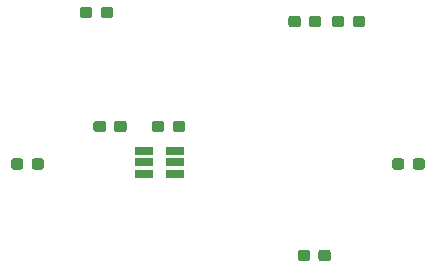
<source format=gbr>
G04 #@! TF.GenerationSoftware,KiCad,Pcbnew,(5.1.4-0-10_14)*
G04 #@! TF.CreationDate,2019-09-08T17:56:33-07:00*
G04 #@! TF.ProjectId,de10-lite-ram-rom,64653130-2d6c-4697-9465-2d72616d2d72,rev?*
G04 #@! TF.SameCoordinates,Original*
G04 #@! TF.FileFunction,Paste,Bot*
G04 #@! TF.FilePolarity,Positive*
%FSLAX46Y46*%
G04 Gerber Fmt 4.6, Leading zero omitted, Abs format (unit mm)*
G04 Created by KiCad (PCBNEW (5.1.4-0-10_14)) date 2019-09-08 17:56:33*
%MOMM*%
%LPD*%
G04 APERTURE LIST*
%ADD10R,1.560000X0.650000*%
%ADD11C,0.100000*%
%ADD12C,0.950000*%
G04 APERTURE END LIST*
D10*
X146638000Y-127762000D03*
X146638000Y-128712000D03*
X146638000Y-126812000D03*
X143938000Y-126812000D03*
X143938000Y-127762000D03*
X143938000Y-128712000D03*
D11*
G36*
X140532779Y-124240144D02*
G01*
X140555834Y-124243563D01*
X140578443Y-124249227D01*
X140600387Y-124257079D01*
X140621457Y-124267044D01*
X140641448Y-124279026D01*
X140660168Y-124292910D01*
X140677438Y-124308562D01*
X140693090Y-124325832D01*
X140706974Y-124344552D01*
X140718956Y-124364543D01*
X140728921Y-124385613D01*
X140736773Y-124407557D01*
X140742437Y-124430166D01*
X140745856Y-124453221D01*
X140747000Y-124476500D01*
X140747000Y-124951500D01*
X140745856Y-124974779D01*
X140742437Y-124997834D01*
X140736773Y-125020443D01*
X140728921Y-125042387D01*
X140718956Y-125063457D01*
X140706974Y-125083448D01*
X140693090Y-125102168D01*
X140677438Y-125119438D01*
X140660168Y-125135090D01*
X140641448Y-125148974D01*
X140621457Y-125160956D01*
X140600387Y-125170921D01*
X140578443Y-125178773D01*
X140555834Y-125184437D01*
X140532779Y-125187856D01*
X140509500Y-125189000D01*
X139934500Y-125189000D01*
X139911221Y-125187856D01*
X139888166Y-125184437D01*
X139865557Y-125178773D01*
X139843613Y-125170921D01*
X139822543Y-125160956D01*
X139802552Y-125148974D01*
X139783832Y-125135090D01*
X139766562Y-125119438D01*
X139750910Y-125102168D01*
X139737026Y-125083448D01*
X139725044Y-125063457D01*
X139715079Y-125042387D01*
X139707227Y-125020443D01*
X139701563Y-124997834D01*
X139698144Y-124974779D01*
X139697000Y-124951500D01*
X139697000Y-124476500D01*
X139698144Y-124453221D01*
X139701563Y-124430166D01*
X139707227Y-124407557D01*
X139715079Y-124385613D01*
X139725044Y-124364543D01*
X139737026Y-124344552D01*
X139750910Y-124325832D01*
X139766562Y-124308562D01*
X139783832Y-124292910D01*
X139802552Y-124279026D01*
X139822543Y-124267044D01*
X139843613Y-124257079D01*
X139865557Y-124249227D01*
X139888166Y-124243563D01*
X139911221Y-124240144D01*
X139934500Y-124239000D01*
X140509500Y-124239000D01*
X140532779Y-124240144D01*
X140532779Y-124240144D01*
G37*
D12*
X140222000Y-124714000D03*
D11*
G36*
X142282779Y-124240144D02*
G01*
X142305834Y-124243563D01*
X142328443Y-124249227D01*
X142350387Y-124257079D01*
X142371457Y-124267044D01*
X142391448Y-124279026D01*
X142410168Y-124292910D01*
X142427438Y-124308562D01*
X142443090Y-124325832D01*
X142456974Y-124344552D01*
X142468956Y-124364543D01*
X142478921Y-124385613D01*
X142486773Y-124407557D01*
X142492437Y-124430166D01*
X142495856Y-124453221D01*
X142497000Y-124476500D01*
X142497000Y-124951500D01*
X142495856Y-124974779D01*
X142492437Y-124997834D01*
X142486773Y-125020443D01*
X142478921Y-125042387D01*
X142468956Y-125063457D01*
X142456974Y-125083448D01*
X142443090Y-125102168D01*
X142427438Y-125119438D01*
X142410168Y-125135090D01*
X142391448Y-125148974D01*
X142371457Y-125160956D01*
X142350387Y-125170921D01*
X142328443Y-125178773D01*
X142305834Y-125184437D01*
X142282779Y-125187856D01*
X142259500Y-125189000D01*
X141684500Y-125189000D01*
X141661221Y-125187856D01*
X141638166Y-125184437D01*
X141615557Y-125178773D01*
X141593613Y-125170921D01*
X141572543Y-125160956D01*
X141552552Y-125148974D01*
X141533832Y-125135090D01*
X141516562Y-125119438D01*
X141500910Y-125102168D01*
X141487026Y-125083448D01*
X141475044Y-125063457D01*
X141465079Y-125042387D01*
X141457227Y-125020443D01*
X141451563Y-124997834D01*
X141448144Y-124974779D01*
X141447000Y-124951500D01*
X141447000Y-124476500D01*
X141448144Y-124453221D01*
X141451563Y-124430166D01*
X141457227Y-124407557D01*
X141465079Y-124385613D01*
X141475044Y-124364543D01*
X141487026Y-124344552D01*
X141500910Y-124325832D01*
X141516562Y-124308562D01*
X141533832Y-124292910D01*
X141552552Y-124279026D01*
X141572543Y-124267044D01*
X141593613Y-124257079D01*
X141615557Y-124249227D01*
X141638166Y-124243563D01*
X141661221Y-124240144D01*
X141684500Y-124239000D01*
X142259500Y-124239000D01*
X142282779Y-124240144D01*
X142282779Y-124240144D01*
G37*
D12*
X141972000Y-124714000D03*
D11*
G36*
X165805779Y-127415144D02*
G01*
X165828834Y-127418563D01*
X165851443Y-127424227D01*
X165873387Y-127432079D01*
X165894457Y-127442044D01*
X165914448Y-127454026D01*
X165933168Y-127467910D01*
X165950438Y-127483562D01*
X165966090Y-127500832D01*
X165979974Y-127519552D01*
X165991956Y-127539543D01*
X166001921Y-127560613D01*
X166009773Y-127582557D01*
X166015437Y-127605166D01*
X166018856Y-127628221D01*
X166020000Y-127651500D01*
X166020000Y-128126500D01*
X166018856Y-128149779D01*
X166015437Y-128172834D01*
X166009773Y-128195443D01*
X166001921Y-128217387D01*
X165991956Y-128238457D01*
X165979974Y-128258448D01*
X165966090Y-128277168D01*
X165950438Y-128294438D01*
X165933168Y-128310090D01*
X165914448Y-128323974D01*
X165894457Y-128335956D01*
X165873387Y-128345921D01*
X165851443Y-128353773D01*
X165828834Y-128359437D01*
X165805779Y-128362856D01*
X165782500Y-128364000D01*
X165207500Y-128364000D01*
X165184221Y-128362856D01*
X165161166Y-128359437D01*
X165138557Y-128353773D01*
X165116613Y-128345921D01*
X165095543Y-128335956D01*
X165075552Y-128323974D01*
X165056832Y-128310090D01*
X165039562Y-128294438D01*
X165023910Y-128277168D01*
X165010026Y-128258448D01*
X164998044Y-128238457D01*
X164988079Y-128217387D01*
X164980227Y-128195443D01*
X164974563Y-128172834D01*
X164971144Y-128149779D01*
X164970000Y-128126500D01*
X164970000Y-127651500D01*
X164971144Y-127628221D01*
X164974563Y-127605166D01*
X164980227Y-127582557D01*
X164988079Y-127560613D01*
X164998044Y-127539543D01*
X165010026Y-127519552D01*
X165023910Y-127500832D01*
X165039562Y-127483562D01*
X165056832Y-127467910D01*
X165075552Y-127454026D01*
X165095543Y-127442044D01*
X165116613Y-127432079D01*
X165138557Y-127424227D01*
X165161166Y-127418563D01*
X165184221Y-127415144D01*
X165207500Y-127414000D01*
X165782500Y-127414000D01*
X165805779Y-127415144D01*
X165805779Y-127415144D01*
G37*
D12*
X165495000Y-127889000D03*
D11*
G36*
X167555779Y-127415144D02*
G01*
X167578834Y-127418563D01*
X167601443Y-127424227D01*
X167623387Y-127432079D01*
X167644457Y-127442044D01*
X167664448Y-127454026D01*
X167683168Y-127467910D01*
X167700438Y-127483562D01*
X167716090Y-127500832D01*
X167729974Y-127519552D01*
X167741956Y-127539543D01*
X167751921Y-127560613D01*
X167759773Y-127582557D01*
X167765437Y-127605166D01*
X167768856Y-127628221D01*
X167770000Y-127651500D01*
X167770000Y-128126500D01*
X167768856Y-128149779D01*
X167765437Y-128172834D01*
X167759773Y-128195443D01*
X167751921Y-128217387D01*
X167741956Y-128238457D01*
X167729974Y-128258448D01*
X167716090Y-128277168D01*
X167700438Y-128294438D01*
X167683168Y-128310090D01*
X167664448Y-128323974D01*
X167644457Y-128335956D01*
X167623387Y-128345921D01*
X167601443Y-128353773D01*
X167578834Y-128359437D01*
X167555779Y-128362856D01*
X167532500Y-128364000D01*
X166957500Y-128364000D01*
X166934221Y-128362856D01*
X166911166Y-128359437D01*
X166888557Y-128353773D01*
X166866613Y-128345921D01*
X166845543Y-128335956D01*
X166825552Y-128323974D01*
X166806832Y-128310090D01*
X166789562Y-128294438D01*
X166773910Y-128277168D01*
X166760026Y-128258448D01*
X166748044Y-128238457D01*
X166738079Y-128217387D01*
X166730227Y-128195443D01*
X166724563Y-128172834D01*
X166721144Y-128149779D01*
X166720000Y-128126500D01*
X166720000Y-127651500D01*
X166721144Y-127628221D01*
X166724563Y-127605166D01*
X166730227Y-127582557D01*
X166738079Y-127560613D01*
X166748044Y-127539543D01*
X166760026Y-127519552D01*
X166773910Y-127500832D01*
X166789562Y-127483562D01*
X166806832Y-127467910D01*
X166825552Y-127454026D01*
X166845543Y-127442044D01*
X166866613Y-127432079D01*
X166888557Y-127424227D01*
X166911166Y-127418563D01*
X166934221Y-127415144D01*
X166957500Y-127414000D01*
X167532500Y-127414000D01*
X167555779Y-127415144D01*
X167555779Y-127415144D01*
G37*
D12*
X167245000Y-127889000D03*
D11*
G36*
X135297779Y-127415144D02*
G01*
X135320834Y-127418563D01*
X135343443Y-127424227D01*
X135365387Y-127432079D01*
X135386457Y-127442044D01*
X135406448Y-127454026D01*
X135425168Y-127467910D01*
X135442438Y-127483562D01*
X135458090Y-127500832D01*
X135471974Y-127519552D01*
X135483956Y-127539543D01*
X135493921Y-127560613D01*
X135501773Y-127582557D01*
X135507437Y-127605166D01*
X135510856Y-127628221D01*
X135512000Y-127651500D01*
X135512000Y-128126500D01*
X135510856Y-128149779D01*
X135507437Y-128172834D01*
X135501773Y-128195443D01*
X135493921Y-128217387D01*
X135483956Y-128238457D01*
X135471974Y-128258448D01*
X135458090Y-128277168D01*
X135442438Y-128294438D01*
X135425168Y-128310090D01*
X135406448Y-128323974D01*
X135386457Y-128335956D01*
X135365387Y-128345921D01*
X135343443Y-128353773D01*
X135320834Y-128359437D01*
X135297779Y-128362856D01*
X135274500Y-128364000D01*
X134699500Y-128364000D01*
X134676221Y-128362856D01*
X134653166Y-128359437D01*
X134630557Y-128353773D01*
X134608613Y-128345921D01*
X134587543Y-128335956D01*
X134567552Y-128323974D01*
X134548832Y-128310090D01*
X134531562Y-128294438D01*
X134515910Y-128277168D01*
X134502026Y-128258448D01*
X134490044Y-128238457D01*
X134480079Y-128217387D01*
X134472227Y-128195443D01*
X134466563Y-128172834D01*
X134463144Y-128149779D01*
X134462000Y-128126500D01*
X134462000Y-127651500D01*
X134463144Y-127628221D01*
X134466563Y-127605166D01*
X134472227Y-127582557D01*
X134480079Y-127560613D01*
X134490044Y-127539543D01*
X134502026Y-127519552D01*
X134515910Y-127500832D01*
X134531562Y-127483562D01*
X134548832Y-127467910D01*
X134567552Y-127454026D01*
X134587543Y-127442044D01*
X134608613Y-127432079D01*
X134630557Y-127424227D01*
X134653166Y-127418563D01*
X134676221Y-127415144D01*
X134699500Y-127414000D01*
X135274500Y-127414000D01*
X135297779Y-127415144D01*
X135297779Y-127415144D01*
G37*
D12*
X134987000Y-127889000D03*
D11*
G36*
X133547779Y-127415144D02*
G01*
X133570834Y-127418563D01*
X133593443Y-127424227D01*
X133615387Y-127432079D01*
X133636457Y-127442044D01*
X133656448Y-127454026D01*
X133675168Y-127467910D01*
X133692438Y-127483562D01*
X133708090Y-127500832D01*
X133721974Y-127519552D01*
X133733956Y-127539543D01*
X133743921Y-127560613D01*
X133751773Y-127582557D01*
X133757437Y-127605166D01*
X133760856Y-127628221D01*
X133762000Y-127651500D01*
X133762000Y-128126500D01*
X133760856Y-128149779D01*
X133757437Y-128172834D01*
X133751773Y-128195443D01*
X133743921Y-128217387D01*
X133733956Y-128238457D01*
X133721974Y-128258448D01*
X133708090Y-128277168D01*
X133692438Y-128294438D01*
X133675168Y-128310090D01*
X133656448Y-128323974D01*
X133636457Y-128335956D01*
X133615387Y-128345921D01*
X133593443Y-128353773D01*
X133570834Y-128359437D01*
X133547779Y-128362856D01*
X133524500Y-128364000D01*
X132949500Y-128364000D01*
X132926221Y-128362856D01*
X132903166Y-128359437D01*
X132880557Y-128353773D01*
X132858613Y-128345921D01*
X132837543Y-128335956D01*
X132817552Y-128323974D01*
X132798832Y-128310090D01*
X132781562Y-128294438D01*
X132765910Y-128277168D01*
X132752026Y-128258448D01*
X132740044Y-128238457D01*
X132730079Y-128217387D01*
X132722227Y-128195443D01*
X132716563Y-128172834D01*
X132713144Y-128149779D01*
X132712000Y-128126500D01*
X132712000Y-127651500D01*
X132713144Y-127628221D01*
X132716563Y-127605166D01*
X132722227Y-127582557D01*
X132730079Y-127560613D01*
X132740044Y-127539543D01*
X132752026Y-127519552D01*
X132765910Y-127500832D01*
X132781562Y-127483562D01*
X132798832Y-127467910D01*
X132817552Y-127454026D01*
X132837543Y-127442044D01*
X132858613Y-127432079D01*
X132880557Y-127424227D01*
X132903166Y-127418563D01*
X132926221Y-127415144D01*
X132949500Y-127414000D01*
X133524500Y-127414000D01*
X133547779Y-127415144D01*
X133547779Y-127415144D01*
G37*
D12*
X133237000Y-127889000D03*
D11*
G36*
X160725779Y-115350144D02*
G01*
X160748834Y-115353563D01*
X160771443Y-115359227D01*
X160793387Y-115367079D01*
X160814457Y-115377044D01*
X160834448Y-115389026D01*
X160853168Y-115402910D01*
X160870438Y-115418562D01*
X160886090Y-115435832D01*
X160899974Y-115454552D01*
X160911956Y-115474543D01*
X160921921Y-115495613D01*
X160929773Y-115517557D01*
X160935437Y-115540166D01*
X160938856Y-115563221D01*
X160940000Y-115586500D01*
X160940000Y-116061500D01*
X160938856Y-116084779D01*
X160935437Y-116107834D01*
X160929773Y-116130443D01*
X160921921Y-116152387D01*
X160911956Y-116173457D01*
X160899974Y-116193448D01*
X160886090Y-116212168D01*
X160870438Y-116229438D01*
X160853168Y-116245090D01*
X160834448Y-116258974D01*
X160814457Y-116270956D01*
X160793387Y-116280921D01*
X160771443Y-116288773D01*
X160748834Y-116294437D01*
X160725779Y-116297856D01*
X160702500Y-116299000D01*
X160127500Y-116299000D01*
X160104221Y-116297856D01*
X160081166Y-116294437D01*
X160058557Y-116288773D01*
X160036613Y-116280921D01*
X160015543Y-116270956D01*
X159995552Y-116258974D01*
X159976832Y-116245090D01*
X159959562Y-116229438D01*
X159943910Y-116212168D01*
X159930026Y-116193448D01*
X159918044Y-116173457D01*
X159908079Y-116152387D01*
X159900227Y-116130443D01*
X159894563Y-116107834D01*
X159891144Y-116084779D01*
X159890000Y-116061500D01*
X159890000Y-115586500D01*
X159891144Y-115563221D01*
X159894563Y-115540166D01*
X159900227Y-115517557D01*
X159908079Y-115495613D01*
X159918044Y-115474543D01*
X159930026Y-115454552D01*
X159943910Y-115435832D01*
X159959562Y-115418562D01*
X159976832Y-115402910D01*
X159995552Y-115389026D01*
X160015543Y-115377044D01*
X160036613Y-115367079D01*
X160058557Y-115359227D01*
X160081166Y-115353563D01*
X160104221Y-115350144D01*
X160127500Y-115349000D01*
X160702500Y-115349000D01*
X160725779Y-115350144D01*
X160725779Y-115350144D01*
G37*
D12*
X160415000Y-115824000D03*
D11*
G36*
X162475779Y-115350144D02*
G01*
X162498834Y-115353563D01*
X162521443Y-115359227D01*
X162543387Y-115367079D01*
X162564457Y-115377044D01*
X162584448Y-115389026D01*
X162603168Y-115402910D01*
X162620438Y-115418562D01*
X162636090Y-115435832D01*
X162649974Y-115454552D01*
X162661956Y-115474543D01*
X162671921Y-115495613D01*
X162679773Y-115517557D01*
X162685437Y-115540166D01*
X162688856Y-115563221D01*
X162690000Y-115586500D01*
X162690000Y-116061500D01*
X162688856Y-116084779D01*
X162685437Y-116107834D01*
X162679773Y-116130443D01*
X162671921Y-116152387D01*
X162661956Y-116173457D01*
X162649974Y-116193448D01*
X162636090Y-116212168D01*
X162620438Y-116229438D01*
X162603168Y-116245090D01*
X162584448Y-116258974D01*
X162564457Y-116270956D01*
X162543387Y-116280921D01*
X162521443Y-116288773D01*
X162498834Y-116294437D01*
X162475779Y-116297856D01*
X162452500Y-116299000D01*
X161877500Y-116299000D01*
X161854221Y-116297856D01*
X161831166Y-116294437D01*
X161808557Y-116288773D01*
X161786613Y-116280921D01*
X161765543Y-116270956D01*
X161745552Y-116258974D01*
X161726832Y-116245090D01*
X161709562Y-116229438D01*
X161693910Y-116212168D01*
X161680026Y-116193448D01*
X161668044Y-116173457D01*
X161658079Y-116152387D01*
X161650227Y-116130443D01*
X161644563Y-116107834D01*
X161641144Y-116084779D01*
X161640000Y-116061500D01*
X161640000Y-115586500D01*
X161641144Y-115563221D01*
X161644563Y-115540166D01*
X161650227Y-115517557D01*
X161658079Y-115495613D01*
X161668044Y-115474543D01*
X161680026Y-115454552D01*
X161693910Y-115435832D01*
X161709562Y-115418562D01*
X161726832Y-115402910D01*
X161745552Y-115389026D01*
X161765543Y-115377044D01*
X161786613Y-115367079D01*
X161808557Y-115359227D01*
X161831166Y-115353563D01*
X161854221Y-115350144D01*
X161877500Y-115349000D01*
X162452500Y-115349000D01*
X162475779Y-115350144D01*
X162475779Y-115350144D01*
G37*
D12*
X162165000Y-115824000D03*
D11*
G36*
X145485779Y-124240144D02*
G01*
X145508834Y-124243563D01*
X145531443Y-124249227D01*
X145553387Y-124257079D01*
X145574457Y-124267044D01*
X145594448Y-124279026D01*
X145613168Y-124292910D01*
X145630438Y-124308562D01*
X145646090Y-124325832D01*
X145659974Y-124344552D01*
X145671956Y-124364543D01*
X145681921Y-124385613D01*
X145689773Y-124407557D01*
X145695437Y-124430166D01*
X145698856Y-124453221D01*
X145700000Y-124476500D01*
X145700000Y-124951500D01*
X145698856Y-124974779D01*
X145695437Y-124997834D01*
X145689773Y-125020443D01*
X145681921Y-125042387D01*
X145671956Y-125063457D01*
X145659974Y-125083448D01*
X145646090Y-125102168D01*
X145630438Y-125119438D01*
X145613168Y-125135090D01*
X145594448Y-125148974D01*
X145574457Y-125160956D01*
X145553387Y-125170921D01*
X145531443Y-125178773D01*
X145508834Y-125184437D01*
X145485779Y-125187856D01*
X145462500Y-125189000D01*
X144887500Y-125189000D01*
X144864221Y-125187856D01*
X144841166Y-125184437D01*
X144818557Y-125178773D01*
X144796613Y-125170921D01*
X144775543Y-125160956D01*
X144755552Y-125148974D01*
X144736832Y-125135090D01*
X144719562Y-125119438D01*
X144703910Y-125102168D01*
X144690026Y-125083448D01*
X144678044Y-125063457D01*
X144668079Y-125042387D01*
X144660227Y-125020443D01*
X144654563Y-124997834D01*
X144651144Y-124974779D01*
X144650000Y-124951500D01*
X144650000Y-124476500D01*
X144651144Y-124453221D01*
X144654563Y-124430166D01*
X144660227Y-124407557D01*
X144668079Y-124385613D01*
X144678044Y-124364543D01*
X144690026Y-124344552D01*
X144703910Y-124325832D01*
X144719562Y-124308562D01*
X144736832Y-124292910D01*
X144755552Y-124279026D01*
X144775543Y-124267044D01*
X144796613Y-124257079D01*
X144818557Y-124249227D01*
X144841166Y-124243563D01*
X144864221Y-124240144D01*
X144887500Y-124239000D01*
X145462500Y-124239000D01*
X145485779Y-124240144D01*
X145485779Y-124240144D01*
G37*
D12*
X145175000Y-124714000D03*
D11*
G36*
X147235779Y-124240144D02*
G01*
X147258834Y-124243563D01*
X147281443Y-124249227D01*
X147303387Y-124257079D01*
X147324457Y-124267044D01*
X147344448Y-124279026D01*
X147363168Y-124292910D01*
X147380438Y-124308562D01*
X147396090Y-124325832D01*
X147409974Y-124344552D01*
X147421956Y-124364543D01*
X147431921Y-124385613D01*
X147439773Y-124407557D01*
X147445437Y-124430166D01*
X147448856Y-124453221D01*
X147450000Y-124476500D01*
X147450000Y-124951500D01*
X147448856Y-124974779D01*
X147445437Y-124997834D01*
X147439773Y-125020443D01*
X147431921Y-125042387D01*
X147421956Y-125063457D01*
X147409974Y-125083448D01*
X147396090Y-125102168D01*
X147380438Y-125119438D01*
X147363168Y-125135090D01*
X147344448Y-125148974D01*
X147324457Y-125160956D01*
X147303387Y-125170921D01*
X147281443Y-125178773D01*
X147258834Y-125184437D01*
X147235779Y-125187856D01*
X147212500Y-125189000D01*
X146637500Y-125189000D01*
X146614221Y-125187856D01*
X146591166Y-125184437D01*
X146568557Y-125178773D01*
X146546613Y-125170921D01*
X146525543Y-125160956D01*
X146505552Y-125148974D01*
X146486832Y-125135090D01*
X146469562Y-125119438D01*
X146453910Y-125102168D01*
X146440026Y-125083448D01*
X146428044Y-125063457D01*
X146418079Y-125042387D01*
X146410227Y-125020443D01*
X146404563Y-124997834D01*
X146401144Y-124974779D01*
X146400000Y-124951500D01*
X146400000Y-124476500D01*
X146401144Y-124453221D01*
X146404563Y-124430166D01*
X146410227Y-124407557D01*
X146418079Y-124385613D01*
X146428044Y-124364543D01*
X146440026Y-124344552D01*
X146453910Y-124325832D01*
X146469562Y-124308562D01*
X146486832Y-124292910D01*
X146505552Y-124279026D01*
X146525543Y-124267044D01*
X146546613Y-124257079D01*
X146568557Y-124249227D01*
X146591166Y-124243563D01*
X146614221Y-124240144D01*
X146637500Y-124239000D01*
X147212500Y-124239000D01*
X147235779Y-124240144D01*
X147235779Y-124240144D01*
G37*
D12*
X146925000Y-124714000D03*
D11*
G36*
X157028779Y-115350144D02*
G01*
X157051834Y-115353563D01*
X157074443Y-115359227D01*
X157096387Y-115367079D01*
X157117457Y-115377044D01*
X157137448Y-115389026D01*
X157156168Y-115402910D01*
X157173438Y-115418562D01*
X157189090Y-115435832D01*
X157202974Y-115454552D01*
X157214956Y-115474543D01*
X157224921Y-115495613D01*
X157232773Y-115517557D01*
X157238437Y-115540166D01*
X157241856Y-115563221D01*
X157243000Y-115586500D01*
X157243000Y-116061500D01*
X157241856Y-116084779D01*
X157238437Y-116107834D01*
X157232773Y-116130443D01*
X157224921Y-116152387D01*
X157214956Y-116173457D01*
X157202974Y-116193448D01*
X157189090Y-116212168D01*
X157173438Y-116229438D01*
X157156168Y-116245090D01*
X157137448Y-116258974D01*
X157117457Y-116270956D01*
X157096387Y-116280921D01*
X157074443Y-116288773D01*
X157051834Y-116294437D01*
X157028779Y-116297856D01*
X157005500Y-116299000D01*
X156430500Y-116299000D01*
X156407221Y-116297856D01*
X156384166Y-116294437D01*
X156361557Y-116288773D01*
X156339613Y-116280921D01*
X156318543Y-116270956D01*
X156298552Y-116258974D01*
X156279832Y-116245090D01*
X156262562Y-116229438D01*
X156246910Y-116212168D01*
X156233026Y-116193448D01*
X156221044Y-116173457D01*
X156211079Y-116152387D01*
X156203227Y-116130443D01*
X156197563Y-116107834D01*
X156194144Y-116084779D01*
X156193000Y-116061500D01*
X156193000Y-115586500D01*
X156194144Y-115563221D01*
X156197563Y-115540166D01*
X156203227Y-115517557D01*
X156211079Y-115495613D01*
X156221044Y-115474543D01*
X156233026Y-115454552D01*
X156246910Y-115435832D01*
X156262562Y-115418562D01*
X156279832Y-115402910D01*
X156298552Y-115389026D01*
X156318543Y-115377044D01*
X156339613Y-115367079D01*
X156361557Y-115359227D01*
X156384166Y-115353563D01*
X156407221Y-115350144D01*
X156430500Y-115349000D01*
X157005500Y-115349000D01*
X157028779Y-115350144D01*
X157028779Y-115350144D01*
G37*
D12*
X156718000Y-115824000D03*
D11*
G36*
X158778779Y-115350144D02*
G01*
X158801834Y-115353563D01*
X158824443Y-115359227D01*
X158846387Y-115367079D01*
X158867457Y-115377044D01*
X158887448Y-115389026D01*
X158906168Y-115402910D01*
X158923438Y-115418562D01*
X158939090Y-115435832D01*
X158952974Y-115454552D01*
X158964956Y-115474543D01*
X158974921Y-115495613D01*
X158982773Y-115517557D01*
X158988437Y-115540166D01*
X158991856Y-115563221D01*
X158993000Y-115586500D01*
X158993000Y-116061500D01*
X158991856Y-116084779D01*
X158988437Y-116107834D01*
X158982773Y-116130443D01*
X158974921Y-116152387D01*
X158964956Y-116173457D01*
X158952974Y-116193448D01*
X158939090Y-116212168D01*
X158923438Y-116229438D01*
X158906168Y-116245090D01*
X158887448Y-116258974D01*
X158867457Y-116270956D01*
X158846387Y-116280921D01*
X158824443Y-116288773D01*
X158801834Y-116294437D01*
X158778779Y-116297856D01*
X158755500Y-116299000D01*
X158180500Y-116299000D01*
X158157221Y-116297856D01*
X158134166Y-116294437D01*
X158111557Y-116288773D01*
X158089613Y-116280921D01*
X158068543Y-116270956D01*
X158048552Y-116258974D01*
X158029832Y-116245090D01*
X158012562Y-116229438D01*
X157996910Y-116212168D01*
X157983026Y-116193448D01*
X157971044Y-116173457D01*
X157961079Y-116152387D01*
X157953227Y-116130443D01*
X157947563Y-116107834D01*
X157944144Y-116084779D01*
X157943000Y-116061500D01*
X157943000Y-115586500D01*
X157944144Y-115563221D01*
X157947563Y-115540166D01*
X157953227Y-115517557D01*
X157961079Y-115495613D01*
X157971044Y-115474543D01*
X157983026Y-115454552D01*
X157996910Y-115435832D01*
X158012562Y-115418562D01*
X158029832Y-115402910D01*
X158048552Y-115389026D01*
X158068543Y-115377044D01*
X158089613Y-115367079D01*
X158111557Y-115359227D01*
X158134166Y-115353563D01*
X158157221Y-115350144D01*
X158180500Y-115349000D01*
X158755500Y-115349000D01*
X158778779Y-115350144D01*
X158778779Y-115350144D01*
G37*
D12*
X158468000Y-115824000D03*
D11*
G36*
X141139779Y-114588144D02*
G01*
X141162834Y-114591563D01*
X141185443Y-114597227D01*
X141207387Y-114605079D01*
X141228457Y-114615044D01*
X141248448Y-114627026D01*
X141267168Y-114640910D01*
X141284438Y-114656562D01*
X141300090Y-114673832D01*
X141313974Y-114692552D01*
X141325956Y-114712543D01*
X141335921Y-114733613D01*
X141343773Y-114755557D01*
X141349437Y-114778166D01*
X141352856Y-114801221D01*
X141354000Y-114824500D01*
X141354000Y-115299500D01*
X141352856Y-115322779D01*
X141349437Y-115345834D01*
X141343773Y-115368443D01*
X141335921Y-115390387D01*
X141325956Y-115411457D01*
X141313974Y-115431448D01*
X141300090Y-115450168D01*
X141284438Y-115467438D01*
X141267168Y-115483090D01*
X141248448Y-115496974D01*
X141228457Y-115508956D01*
X141207387Y-115518921D01*
X141185443Y-115526773D01*
X141162834Y-115532437D01*
X141139779Y-115535856D01*
X141116500Y-115537000D01*
X140541500Y-115537000D01*
X140518221Y-115535856D01*
X140495166Y-115532437D01*
X140472557Y-115526773D01*
X140450613Y-115518921D01*
X140429543Y-115508956D01*
X140409552Y-115496974D01*
X140390832Y-115483090D01*
X140373562Y-115467438D01*
X140357910Y-115450168D01*
X140344026Y-115431448D01*
X140332044Y-115411457D01*
X140322079Y-115390387D01*
X140314227Y-115368443D01*
X140308563Y-115345834D01*
X140305144Y-115322779D01*
X140304000Y-115299500D01*
X140304000Y-114824500D01*
X140305144Y-114801221D01*
X140308563Y-114778166D01*
X140314227Y-114755557D01*
X140322079Y-114733613D01*
X140332044Y-114712543D01*
X140344026Y-114692552D01*
X140357910Y-114673832D01*
X140373562Y-114656562D01*
X140390832Y-114640910D01*
X140409552Y-114627026D01*
X140429543Y-114615044D01*
X140450613Y-114605079D01*
X140472557Y-114597227D01*
X140495166Y-114591563D01*
X140518221Y-114588144D01*
X140541500Y-114587000D01*
X141116500Y-114587000D01*
X141139779Y-114588144D01*
X141139779Y-114588144D01*
G37*
D12*
X140829000Y-115062000D03*
D11*
G36*
X139389779Y-114588144D02*
G01*
X139412834Y-114591563D01*
X139435443Y-114597227D01*
X139457387Y-114605079D01*
X139478457Y-114615044D01*
X139498448Y-114627026D01*
X139517168Y-114640910D01*
X139534438Y-114656562D01*
X139550090Y-114673832D01*
X139563974Y-114692552D01*
X139575956Y-114712543D01*
X139585921Y-114733613D01*
X139593773Y-114755557D01*
X139599437Y-114778166D01*
X139602856Y-114801221D01*
X139604000Y-114824500D01*
X139604000Y-115299500D01*
X139602856Y-115322779D01*
X139599437Y-115345834D01*
X139593773Y-115368443D01*
X139585921Y-115390387D01*
X139575956Y-115411457D01*
X139563974Y-115431448D01*
X139550090Y-115450168D01*
X139534438Y-115467438D01*
X139517168Y-115483090D01*
X139498448Y-115496974D01*
X139478457Y-115508956D01*
X139457387Y-115518921D01*
X139435443Y-115526773D01*
X139412834Y-115532437D01*
X139389779Y-115535856D01*
X139366500Y-115537000D01*
X138791500Y-115537000D01*
X138768221Y-115535856D01*
X138745166Y-115532437D01*
X138722557Y-115526773D01*
X138700613Y-115518921D01*
X138679543Y-115508956D01*
X138659552Y-115496974D01*
X138640832Y-115483090D01*
X138623562Y-115467438D01*
X138607910Y-115450168D01*
X138594026Y-115431448D01*
X138582044Y-115411457D01*
X138572079Y-115390387D01*
X138564227Y-115368443D01*
X138558563Y-115345834D01*
X138555144Y-115322779D01*
X138554000Y-115299500D01*
X138554000Y-114824500D01*
X138555144Y-114801221D01*
X138558563Y-114778166D01*
X138564227Y-114755557D01*
X138572079Y-114733613D01*
X138582044Y-114712543D01*
X138594026Y-114692552D01*
X138607910Y-114673832D01*
X138623562Y-114656562D01*
X138640832Y-114640910D01*
X138659552Y-114627026D01*
X138679543Y-114615044D01*
X138700613Y-114605079D01*
X138722557Y-114597227D01*
X138745166Y-114591563D01*
X138768221Y-114588144D01*
X138791500Y-114587000D01*
X139366500Y-114587000D01*
X139389779Y-114588144D01*
X139389779Y-114588144D01*
G37*
D12*
X139079000Y-115062000D03*
D11*
G36*
X159568779Y-135162144D02*
G01*
X159591834Y-135165563D01*
X159614443Y-135171227D01*
X159636387Y-135179079D01*
X159657457Y-135189044D01*
X159677448Y-135201026D01*
X159696168Y-135214910D01*
X159713438Y-135230562D01*
X159729090Y-135247832D01*
X159742974Y-135266552D01*
X159754956Y-135286543D01*
X159764921Y-135307613D01*
X159772773Y-135329557D01*
X159778437Y-135352166D01*
X159781856Y-135375221D01*
X159783000Y-135398500D01*
X159783000Y-135873500D01*
X159781856Y-135896779D01*
X159778437Y-135919834D01*
X159772773Y-135942443D01*
X159764921Y-135964387D01*
X159754956Y-135985457D01*
X159742974Y-136005448D01*
X159729090Y-136024168D01*
X159713438Y-136041438D01*
X159696168Y-136057090D01*
X159677448Y-136070974D01*
X159657457Y-136082956D01*
X159636387Y-136092921D01*
X159614443Y-136100773D01*
X159591834Y-136106437D01*
X159568779Y-136109856D01*
X159545500Y-136111000D01*
X158970500Y-136111000D01*
X158947221Y-136109856D01*
X158924166Y-136106437D01*
X158901557Y-136100773D01*
X158879613Y-136092921D01*
X158858543Y-136082956D01*
X158838552Y-136070974D01*
X158819832Y-136057090D01*
X158802562Y-136041438D01*
X158786910Y-136024168D01*
X158773026Y-136005448D01*
X158761044Y-135985457D01*
X158751079Y-135964387D01*
X158743227Y-135942443D01*
X158737563Y-135919834D01*
X158734144Y-135896779D01*
X158733000Y-135873500D01*
X158733000Y-135398500D01*
X158734144Y-135375221D01*
X158737563Y-135352166D01*
X158743227Y-135329557D01*
X158751079Y-135307613D01*
X158761044Y-135286543D01*
X158773026Y-135266552D01*
X158786910Y-135247832D01*
X158802562Y-135230562D01*
X158819832Y-135214910D01*
X158838552Y-135201026D01*
X158858543Y-135189044D01*
X158879613Y-135179079D01*
X158901557Y-135171227D01*
X158924166Y-135165563D01*
X158947221Y-135162144D01*
X158970500Y-135161000D01*
X159545500Y-135161000D01*
X159568779Y-135162144D01*
X159568779Y-135162144D01*
G37*
D12*
X159258000Y-135636000D03*
D11*
G36*
X157818779Y-135162144D02*
G01*
X157841834Y-135165563D01*
X157864443Y-135171227D01*
X157886387Y-135179079D01*
X157907457Y-135189044D01*
X157927448Y-135201026D01*
X157946168Y-135214910D01*
X157963438Y-135230562D01*
X157979090Y-135247832D01*
X157992974Y-135266552D01*
X158004956Y-135286543D01*
X158014921Y-135307613D01*
X158022773Y-135329557D01*
X158028437Y-135352166D01*
X158031856Y-135375221D01*
X158033000Y-135398500D01*
X158033000Y-135873500D01*
X158031856Y-135896779D01*
X158028437Y-135919834D01*
X158022773Y-135942443D01*
X158014921Y-135964387D01*
X158004956Y-135985457D01*
X157992974Y-136005448D01*
X157979090Y-136024168D01*
X157963438Y-136041438D01*
X157946168Y-136057090D01*
X157927448Y-136070974D01*
X157907457Y-136082956D01*
X157886387Y-136092921D01*
X157864443Y-136100773D01*
X157841834Y-136106437D01*
X157818779Y-136109856D01*
X157795500Y-136111000D01*
X157220500Y-136111000D01*
X157197221Y-136109856D01*
X157174166Y-136106437D01*
X157151557Y-136100773D01*
X157129613Y-136092921D01*
X157108543Y-136082956D01*
X157088552Y-136070974D01*
X157069832Y-136057090D01*
X157052562Y-136041438D01*
X157036910Y-136024168D01*
X157023026Y-136005448D01*
X157011044Y-135985457D01*
X157001079Y-135964387D01*
X156993227Y-135942443D01*
X156987563Y-135919834D01*
X156984144Y-135896779D01*
X156983000Y-135873500D01*
X156983000Y-135398500D01*
X156984144Y-135375221D01*
X156987563Y-135352166D01*
X156993227Y-135329557D01*
X157001079Y-135307613D01*
X157011044Y-135286543D01*
X157023026Y-135266552D01*
X157036910Y-135247832D01*
X157052562Y-135230562D01*
X157069832Y-135214910D01*
X157088552Y-135201026D01*
X157108543Y-135189044D01*
X157129613Y-135179079D01*
X157151557Y-135171227D01*
X157174166Y-135165563D01*
X157197221Y-135162144D01*
X157220500Y-135161000D01*
X157795500Y-135161000D01*
X157818779Y-135162144D01*
X157818779Y-135162144D01*
G37*
D12*
X157508000Y-135636000D03*
M02*

</source>
